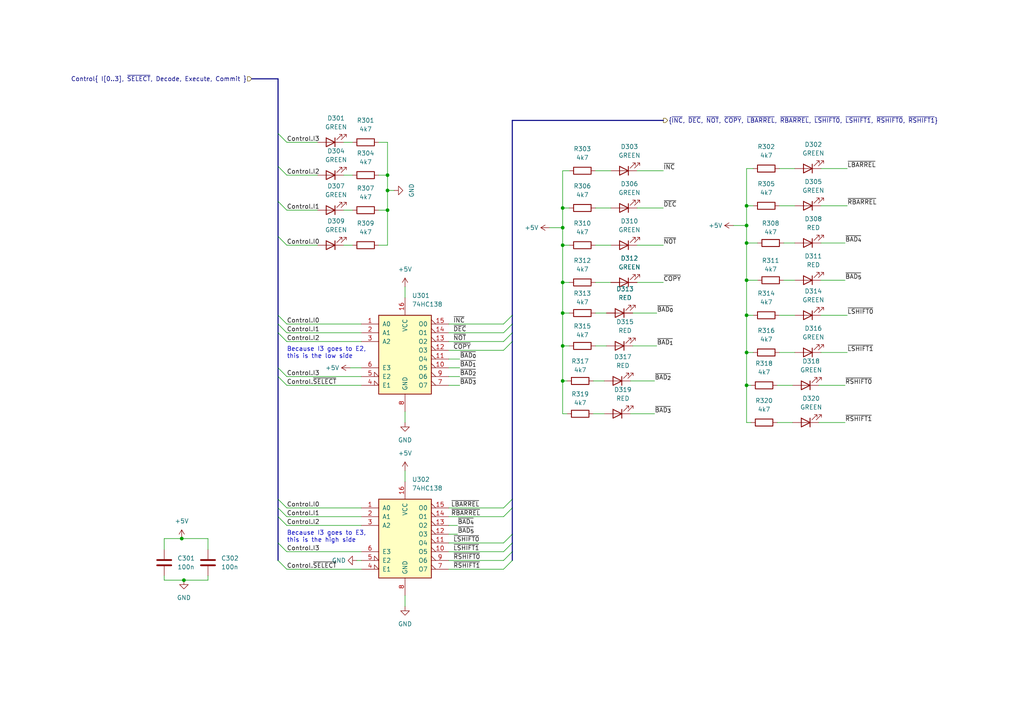
<source format=kicad_sch>
(kicad_sch (version 20211123) (generator eeschema)
  (paper "A4")
  (lib_symbols
    (symbol "74xx:74LS138" (pin_names (offset 1.016))
      (property "Reference" "U" (at -7.62 11.43 0))
      (property "Value" "74LS138" (at -7.62 -13.97 0))
      (symbol "74LS138_1_0"
        (pin input line (at -12.7 7.62 0) (length 5.08) (name "A0") (number "1"))
        (pin output output_low (at 12.7 -5.08 180) (length 5.08) (name "O5") (number "10"))
        (pin output output_low (at 12.7 -2.54 180) (length 5.08) (name "O4") (number "11"))
        (pin output output_low (at 12.7 0 180) (length 5.08) (name "O3") (number "12"))
        (pin output output_low (at 12.7 2.54 180) (length 5.08) (name "O2") (number "13"))
        (pin output output_low (at 12.7 5.08 180) (length 5.08) (name "O1") (number "14"))
        (pin output output_low (at 12.7 7.62 180) (length 5.08) (name "O0") (number "15"))
        (pin power_in line (at 0 15.24 270) (length 5.08) (name "VCC") (number "16"))
        (pin input line (at -12.7 5.08 0) (length 5.08) (name "A1") (number "2"))
        (pin input line (at -12.7 2.54 0) (length 5.08) (name "A2") (number "3"))
        (pin input input_low (at -12.7 -10.16 0) (length 5.08) (name "E1") (number "4"))
        (pin input input_low (at -12.7 -7.62 0) (length 5.08) (name "E2") (number "5"))
        (pin input line (at -12.7 -5.08 0) (length 5.08) (name "E3") (number "6"))
        (pin output output_low (at 12.7 -10.16 180) (length 5.08) (name "O7") (number "7"))
        (pin power_in line (at 0 -17.78 90) (length 5.08) (name "GND") (number "8"))
        (pin output output_low (at 12.7 -7.62 180) (length 5.08) (name "O6") (number "9"))
      )
      (symbol "74LS138_1_1"
        (rectangle (start -7.62 10.16) (end 7.62 -12.7) (stroke (width 0.254)) (fill (type background)))
      )
    )
    (symbol "Device:C" (pin_numbers hide) (pin_names (offset 0.254))
      (property "Reference" "C" (at 0.635 2.54 0))
      (property "Value" "C" (at 0.635 -2.54 0))
      (symbol "C_0_1"
        (polyline (pts (xy -2.032 -0.762) (xy 2.032 -0.762)) (stroke (width 0.508)))
        (polyline (pts (xy -2.032 0.762) (xy 2.032 0.762)) (stroke (width 0.508)))
      )
      (symbol "C_1_1"
        (pin passive line (at 0 3.81 270) (length 2.794) (name "~") (number "1"))
        (pin passive line (at 0 -3.81 90) (length 2.794) (name "~") (number "2"))
      )
    )
    (symbol "Device:LED" (pin_numbers hide) (pin_names (offset 1.016) hide)
      (property "Reference" "D" (at 0 2.54 0))
      (property "Value" "LED" (at 0 -2.54 0))
      (symbol "LED_0_1"
        (polyline (pts (xy -1.27 -1.27) (xy -1.27 1.27)) (stroke (width 0.254)))
        (polyline (pts (xy -1.27 0) (xy 1.27 0)))
        (polyline (pts (xy 1.27 -1.27) (xy 1.27 1.27) (xy -1.27 0) (xy 1.27 -1.27)) (stroke (width 0.254)))
        (polyline (pts (xy -3.048 -0.762) (xy -4.572 -2.286) (xy -3.81 -2.286) (xy -4.572 -2.286) (xy -4.572 -1.524)))
        (polyline (pts (xy -1.778 -0.762) (xy -3.302 -2.286) (xy -2.54 -2.286) (xy -3.302 -2.286) (xy -3.302 -1.524)))
      )
      (symbol "LED_1_1"
        (pin passive line (at -3.81 0 0) (length 2.54) (name "K") (number "1"))
        (pin passive line (at 3.81 0 180) (length 2.54) (name "A") (number "2"))
      )
    )
    (symbol "Device:R" (pin_numbers hide) (pin_names (offset 0))
      (property "Reference" "R" (at 2.032 0 90))
      (property "Value" "R" (at 0 0 90))
      (symbol "R_0_1"
        (rectangle (start -1.016 -2.54) (end 1.016 2.54) (stroke (width 0.254)))
      )
      (symbol "R_1_1"
        (pin passive line (at 0 3.81 270) (length 1.27) (name "~") (number "1"))
        (pin passive line (at 0 -3.81 90) (length 1.27) (name "~") (number "2"))
      )
    )
    (symbol "GND_1" (power) (pin_names (offset 0))
      (property "Value" "GND_1" (at 0 -3.81 0))
      (symbol "GND_1_0_1"
        (polyline (pts (xy 0 0) (xy 0 -1.27) (xy 1.27 -1.27) (xy 0 -2.54) (xy -1.27 -1.27) (xy 0 -1.27)))
      )
      (symbol "GND_1_1_1"
        (pin power_in line (at 0 0 270) (length 0) hide (name "GND") (number "1"))
      )
    )
    (symbol "power:+5V" (power) (pin_names (offset 0))
      (property "Value" "+5V" (at 0 3.556 0))
      (symbol "+5V_0_1"
        (polyline (pts (xy -0.762 1.27) (xy 0 2.54)))
        (polyline (pts (xy 0 0) (xy 0 2.54)))
        (polyline (pts (xy 0 2.54) (xy 0.762 1.27)))
      )
      (symbol "+5V_1_1"
        (pin power_in line (at 0 0 90) (length 0) hide (name "+5V") (number "1"))
      )
    )
    (symbol "power:GND" (power) (pin_names (offset 0))
      (property "Value" "GND" (at 0 -3.81 0))
      (symbol "GND_0_1"
        (polyline (pts (xy 0 0) (xy 0 -1.27) (xy 1.27 -1.27) (xy 0 -2.54) (xy -1.27 -1.27) (xy 0 -1.27)))
      )
      (symbol "GND_1_1"
        (pin power_in line (at 0 0 270) (length 0) hide (name "GND") (number "1"))
      )
    )
  )
  (junction (at 216.535 91.44))
  (junction (at 52.705 156.21))
  (junction (at 112.395 50.8))
  (junction (at 216.535 59.69))
  (junction (at 216.535 81.28))
  (junction (at 216.535 102.235))
  (junction (at 163.195 110.49))
  (junction (at 163.195 90.805))
  (junction (at 53.34 168.275))
  (junction (at 163.195 100.33))
  (junction (at 163.195 60.325))
  (junction (at 216.535 111.76))
  (junction (at 216.535 70.485))
  (junction (at 112.395 55.245))
  (junction (at 112.395 60.96))
  (junction (at 216.535 65.405))
  (junction (at 163.195 81.915))
  (junction (at 163.195 66.04))
  (junction (at 163.195 71.12))
  (bus_entry (at 148.59 99.06) (size -2.54 2.54))
  (bus_entry (at 148.59 157.48) (size -2.54 2.54))
  (bus_entry (at 80.645 162.56) (size 2.54 2.54))
  (bus_entry (at 80.645 58.42) (size 2.54 2.54))
  (bus_entry (at 148.59 93.98) (size -2.54 2.54))
  (bus_entry (at 80.645 68.58) (size 2.54 2.54))
  (bus_entry (at 80.645 96.52) (size 2.54 2.54))
  (bus_entry (at 80.645 144.78) (size 2.54 2.54))
  (bus_entry (at 80.645 109.22) (size 2.54 2.54))
  (bus_entry (at 80.645 93.98) (size 2.54 2.54))
  (bus_entry (at 80.645 106.68) (size 2.54 2.54))
  (bus_entry (at 148.59 144.78) (size -2.54 2.54))
  (bus_entry (at 148.59 154.94) (size -2.54 2.54))
  (bus_entry (at 80.645 48.26) (size 2.54 2.54))
  (bus_entry (at 80.645 91.44) (size 2.54 2.54))
  (bus_entry (at 148.59 147.32) (size -2.54 2.54))
  (bus_entry (at 80.645 38.735) (size 2.54 2.54))
  (bus_entry (at 148.59 91.44) (size -2.54 2.54))
  (bus_entry (at 80.645 149.86) (size 2.54 2.54))
  (bus_entry (at 148.59 96.52) (size -2.54 2.54))
  (bus_entry (at 148.59 160.02) (size -2.54 2.54))
  (bus_entry (at 80.645 147.32) (size 2.54 2.54))
  (bus_entry (at 148.59 162.56) (size -2.54 2.54))
  (bus_entry (at 80.645 157.48) (size 2.54 2.54))
  (wire (pts (xy 163.195 100.33) (xy 165.1 100.33)))
  (wire (pts (xy 172.72 71.12) (xy 177.165 71.12)))
  (wire (pts (xy 112.395 41.275) (xy 112.395 50.8)))
  (wire (pts (xy 226.06 59.69) (xy 230.505 59.69)))
  (wire (pts (xy 117.475 83.185) (xy 117.475 86.36)))
  (wire (pts (xy 172.72 81.915) (xy 177.165 81.915)))
  (wire (pts (xy 163.195 81.915) (xy 165.1 81.915)))
  (wire (pts (xy 130.175 106.68) (xy 133.35 106.68)))
  (wire (pts (xy 227.33 70.485) (xy 230.505 70.485)))
  (wire (pts (xy 182.88 110.49) (xy 189.865 110.49)))
  (wire (pts (xy 47.625 156.21) (xy 52.705 156.21)))
  (wire (pts (xy 83.185 99.06) (xy 104.775 99.06)))
  (wire (pts (xy 212.725 65.405) (xy 216.535 65.405)))
  (bus (pts (xy 148.59 160.02) (xy 148.59 162.56)))
  (wire (pts (xy 159.385 66.04) (xy 163.195 66.04)))
  (wire (pts (xy 112.395 71.12) (xy 109.855 71.12)))
  (wire (pts (xy 130.175 165.1) (xy 146.05 165.1)))
  (wire (pts (xy 53.34 168.275) (xy 60.325 168.275)))
  (wire (pts (xy 99.695 71.12) (xy 102.235 71.12)))
  (wire (pts (xy 163.195 66.04) (xy 163.195 71.12)))
  (wire (pts (xy 216.535 102.235) (xy 218.44 102.235)))
  (wire (pts (xy 237.49 111.76) (xy 245.11 111.76)))
  (wire (pts (xy 217.805 122.555) (xy 216.535 122.555)))
  (wire (pts (xy 216.535 91.44) (xy 216.535 102.235)))
  (wire (pts (xy 99.695 50.8) (xy 102.235 50.8)))
  (wire (pts (xy 130.175 101.6) (xy 146.05 101.6)))
  (wire (pts (xy 182.88 120.015) (xy 189.865 120.015)))
  (wire (pts (xy 163.195 60.325) (xy 165.1 60.325)))
  (wire (pts (xy 238.125 70.485) (xy 245.11 70.485)))
  (wire (pts (xy 130.175 99.06) (xy 146.05 99.06)))
  (wire (pts (xy 225.425 111.76) (xy 229.87 111.76)))
  (bus (pts (xy 148.59 147.32) (xy 148.59 154.94)))
  (wire (pts (xy 163.195 110.49) (xy 164.465 110.49)))
  (wire (pts (xy 117.475 136.525) (xy 117.475 139.7)))
  (wire (pts (xy 216.535 48.895) (xy 216.535 59.69)))
  (wire (pts (xy 130.175 147.32) (xy 146.05 147.32)))
  (wire (pts (xy 216.535 81.28) (xy 216.535 91.44)))
  (wire (pts (xy 238.125 91.44) (xy 245.745 91.44)))
  (wire (pts (xy 83.185 60.96) (xy 92.075 60.96)))
  (wire (pts (xy 130.175 104.14) (xy 133.35 104.14)))
  (bus (pts (xy 148.59 99.06) (xy 148.59 144.78)))
  (bus (pts (xy 80.645 91.44) (xy 80.645 93.98)))
  (bus (pts (xy 80.645 157.48) (xy 80.645 162.56)))
  (wire (pts (xy 130.175 93.98) (xy 146.05 93.98)))
  (wire (pts (xy 163.195 71.12) (xy 163.195 81.915)))
  (wire (pts (xy 103.505 162.56) (xy 104.775 162.56)))
  (wire (pts (xy 216.535 111.76) (xy 216.535 122.555)))
  (wire (pts (xy 83.185 41.275) (xy 92.075 41.275)))
  (bus (pts (xy 80.645 149.86) (xy 80.645 157.48)))
  (wire (pts (xy 83.185 109.22) (xy 104.775 109.22)))
  (wire (pts (xy 226.06 91.44) (xy 230.505 91.44)))
  (wire (pts (xy 83.185 71.12) (xy 92.075 71.12)))
  (wire (pts (xy 83.185 93.98) (xy 104.775 93.98)))
  (wire (pts (xy 184.785 81.915) (xy 192.405 81.915)))
  (wire (pts (xy 130.175 157.48) (xy 146.05 157.48)))
  (wire (pts (xy 226.06 48.895) (xy 230.505 48.895)))
  (wire (pts (xy 130.175 154.94) (xy 132.715 154.94)))
  (wire (pts (xy 216.535 65.405) (xy 216.535 70.485)))
  (wire (pts (xy 238.125 102.235) (xy 245.745 102.235)))
  (wire (pts (xy 99.695 41.275) (xy 102.235 41.275)))
  (wire (pts (xy 83.185 147.32) (xy 104.775 147.32)))
  (wire (pts (xy 112.395 60.96) (xy 112.395 71.12)))
  (wire (pts (xy 130.175 111.76) (xy 133.35 111.76)))
  (wire (pts (xy 163.195 120.015) (xy 164.465 120.015)))
  (bus (pts (xy 148.59 93.98) (xy 148.59 96.52)))
  (wire (pts (xy 218.44 48.895) (xy 216.535 48.895)))
  (wire (pts (xy 163.195 81.915) (xy 163.195 90.805)))
  (bus (pts (xy 148.59 91.44) (xy 148.59 93.98)))
  (bus (pts (xy 192.405 34.925) (xy 148.59 34.925)))
  (wire (pts (xy 172.085 110.49) (xy 175.26 110.49)))
  (wire (pts (xy 184.785 60.325) (xy 192.405 60.325)))
  (wire (pts (xy 165.1 49.53) (xy 163.195 49.53)))
  (wire (pts (xy 112.395 50.8) (xy 112.395 55.245)))
  (wire (pts (xy 163.195 100.33) (xy 163.195 110.49)))
  (wire (pts (xy 227.33 81.28) (xy 230.505 81.28)))
  (wire (pts (xy 172.72 49.53) (xy 177.165 49.53)))
  (wire (pts (xy 216.535 70.485) (xy 219.71 70.485)))
  (wire (pts (xy 83.185 152.4) (xy 104.775 152.4)))
  (bus (pts (xy 80.645 144.78) (xy 80.645 147.32)))
  (wire (pts (xy 172.085 120.015) (xy 175.26 120.015)))
  (wire (pts (xy 216.535 81.28) (xy 219.71 81.28)))
  (wire (pts (xy 130.175 152.4) (xy 132.715 152.4)))
  (wire (pts (xy 225.425 122.555) (xy 229.87 122.555)))
  (wire (pts (xy 238.125 59.69) (xy 245.745 59.69)))
  (bus (pts (xy 148.59 34.925) (xy 148.59 91.44)))
  (wire (pts (xy 238.125 81.28) (xy 245.11 81.28)))
  (bus (pts (xy 80.645 109.22) (xy 80.645 144.78)))
  (wire (pts (xy 216.535 91.44) (xy 218.44 91.44)))
  (bus (pts (xy 148.59 154.94) (xy 148.59 157.48)))
  (wire (pts (xy 83.185 111.76) (xy 104.775 111.76)))
  (bus (pts (xy 80.645 93.98) (xy 80.645 96.52)))
  (wire (pts (xy 183.515 90.805) (xy 190.5 90.805)))
  (wire (pts (xy 216.535 59.69) (xy 216.535 65.405)))
  (wire (pts (xy 101.6 106.68) (xy 104.775 106.68)))
  (wire (pts (xy 216.535 102.235) (xy 216.535 111.76)))
  (wire (pts (xy 47.625 167.005) (xy 47.625 168.275)))
  (wire (pts (xy 109.855 60.96) (xy 112.395 60.96)))
  (wire (pts (xy 183.515 100.33) (xy 190.5 100.33)))
  (bus (pts (xy 148.59 144.78) (xy 148.59 147.32)))
  (wire (pts (xy 172.72 60.325) (xy 177.165 60.325)))
  (wire (pts (xy 216.535 59.69) (xy 218.44 59.69)))
  (wire (pts (xy 117.475 119.38) (xy 117.475 122.555)))
  (bus (pts (xy 148.59 96.52) (xy 148.59 99.06)))
  (wire (pts (xy 130.175 96.52) (xy 146.05 96.52)))
  (wire (pts (xy 163.195 90.805) (xy 165.1 90.805)))
  (bus (pts (xy 148.59 157.48) (xy 148.59 160.02)))
  (wire (pts (xy 226.06 102.235) (xy 230.505 102.235)))
  (wire (pts (xy 172.72 90.805) (xy 175.895 90.805)))
  (wire (pts (xy 163.195 110.49) (xy 163.195 120.015)))
  (wire (pts (xy 163.195 90.805) (xy 163.195 100.33)))
  (wire (pts (xy 60.325 168.275) (xy 60.325 167.005)))
  (wire (pts (xy 47.625 168.275) (xy 53.34 168.275)))
  (bus (pts (xy 80.645 22.86) (xy 80.645 38.735)))
  (bus (pts (xy 80.645 106.68) (xy 80.645 109.22)))
  (wire (pts (xy 130.175 109.22) (xy 133.35 109.22)))
  (bus (pts (xy 80.645 38.735) (xy 80.645 48.26)))
  (wire (pts (xy 216.535 70.485) (xy 216.535 81.28)))
  (wire (pts (xy 47.625 159.385) (xy 47.625 156.21)))
  (bus (pts (xy 73.025 22.86) (xy 80.645 22.86)))
  (wire (pts (xy 83.185 50.8) (xy 92.075 50.8)))
  (wire (pts (xy 52.705 156.21) (xy 60.325 156.21)))
  (wire (pts (xy 83.185 165.1) (xy 104.775 165.1)))
  (wire (pts (xy 112.395 55.245) (xy 112.395 60.96)))
  (bus (pts (xy 80.645 48.26) (xy 80.645 58.42)))
  (wire (pts (xy 109.855 41.275) (xy 112.395 41.275)))
  (wire (pts (xy 163.195 71.12) (xy 165.1 71.12)))
  (bus (pts (xy 80.645 96.52) (xy 80.645 106.68)))
  (wire (pts (xy 163.195 60.325) (xy 163.195 66.04)))
  (wire (pts (xy 130.175 160.02) (xy 146.05 160.02)))
  (wire (pts (xy 184.785 49.53) (xy 192.405 49.53)))
  (wire (pts (xy 163.195 49.53) (xy 163.195 60.325)))
  (wire (pts (xy 130.175 162.56) (xy 146.05 162.56)))
  (wire (pts (xy 216.535 111.76) (xy 217.805 111.76)))
  (wire (pts (xy 237.49 122.555) (xy 245.11 122.555)))
  (bus (pts (xy 80.645 58.42) (xy 80.645 68.58)))
  (wire (pts (xy 83.185 96.52) (xy 104.775 96.52)))
  (wire (pts (xy 83.185 160.02) (xy 104.775 160.02)))
  (bus (pts (xy 80.645 147.32) (xy 80.645 149.86)))
  (wire (pts (xy 83.185 149.86) (xy 104.775 149.86)))
  (wire (pts (xy 60.325 156.21) (xy 60.325 159.385)))
  (wire (pts (xy 184.785 71.12) (xy 192.405 71.12)))
  (wire (pts (xy 112.395 55.245) (xy 114.3 55.245)))
  (wire (pts (xy 130.175 149.86) (xy 146.05 149.86)))
  (bus (pts (xy 80.645 68.58) (xy 80.645 91.44)))
  (wire (pts (xy 99.695 60.96) (xy 102.235 60.96)))
  (wire (pts (xy 172.72 100.33) (xy 175.895 100.33)))
  (wire (pts (xy 117.475 172.72) (xy 117.475 175.895)))
  (wire (pts (xy 109.855 50.8) (xy 112.395 50.8)))
  (wire (pts (xy 238.125 48.895) (xy 245.745 48.895)))
  (text "Because I3 goes to E2,\nthis is the low side" (at 83.185 104.14 0) (effects (font (size 1.27 1.27)) (justify left bottom)))
  (text "Because I3 goes to E3,\nthis is the high side" (at 83.185 157.48 0) (effects (font (size 1.27 1.27)) (justify left bottom)))
  (label "~{LSHIFT0}" (at 131.445 157.48 0))
  (label "~{BAD_{0}}" (at 190.5 90.805 0))
  (label "~{DEC}" (at 131.445 96.52 0))
  (label "Control.I2" (at 83.185 50.8 0))
  (label "Control.I3" (at 83.185 41.275 0))
  (label "Control.I1" (at 83.185 149.86 0))
  (label "~{RBARREL}" (at 245.745 59.69 0))
  (label "~{BAD_{3}}" (at 133.35 111.76 0))
  (label "Control.I0" (at 83.185 93.98 0))
  (label "Control.I0" (at 83.185 71.12 0))
  (label "~{DEC}" (at 192.405 60.325 0))
  (label "~{RSHIFT1}" (at 131.445 165.1 0))
  (label "Control.I2" (at 83.185 152.4 0))
  (label "~{BAD_{4}}" (at 132.715 152.4 0))
  (label "~{INC}" (at 192.405 49.53 0))
  (label "~{RSHIFT0}" (at 131.445 162.56 0))
  (label "~{COPY}" (at 131.445 101.6 0))
  (label "Control.I1" (at 83.185 96.52 0))
  (label "~{LSHIFT1}" (at 131.445 160.02 0))
  (label "~{BAD_{5}}" (at 132.715 154.94 0))
  (label "~{BAD_{2}}" (at 189.865 110.49 0))
  (label "~{INC}" (at 131.445 93.98 0))
  (label "Control.~{SELECT}" (at 83.185 165.1 0))
  (label "~{BAD_{1}}" (at 190.5 100.33 0))
  (label "~{RSHIFT0}" (at 245.11 111.76 0))
  (label "~{RBARREL}" (at 130.81 149.86 0))
  (label "~{COPY}" (at 192.405 81.915 0))
  (label "~{LSHIFT1}" (at 245.745 102.235 0))
  (label "Control.I2" (at 83.185 99.06 0))
  (label "~{BAD_{2}}" (at 133.35 109.22 0))
  (label "~{LBARREL}" (at 245.745 48.895 0))
  (label "~{NOT}" (at 131.445 99.06 0))
  (label "~{BAD_{4}}" (at 245.11 70.485 0))
  (label "~{BAD_{3}}" (at 189.865 120.015 0))
  (label "~{LSHIFT0}" (at 245.745 91.44 0))
  (label "~{RSHIFT1}" (at 245.11 122.555 0))
  (label "~{BAD_{0}}" (at 133.35 104.14 0))
  (label "Control.I0" (at 83.185 147.32 0))
  (label "Control.I3" (at 83.185 109.22 0))
  (label "Control.~{SELECT}" (at 83.185 111.76 0))
  (label "Control.I3" (at 83.185 160.02 0))
  (label "~{LBARREL}" (at 130.81 147.32 0))
  (label "~{NOT}" (at 192.405 71.12 0))
  (label "~{BAD_{1}}" (at 133.35 106.68 0))
  (label "~{BAD_{5}}" (at 245.11 81.28 0))
  (label "Control.I1" (at 83.185 60.96 0))
  (hierarchical_label "{~{INC}, ~{DEC}, ~{NOT}, ~{COPY}, ~{LBARREL}, ~{RBARREL}, ~{LSHIFT0}, ~{LSHIFT1}, ~{RSHIFT0}, ~{RSHIFT1}}" (shape output) (at 192.405 34.925 0))
  (hierarchical_label "Control{ I[0..3], ~{SELECT}, Decode, Execute, Commit }" (shape input) (at 73.025 22.86 180))
  (symbol (lib_id "power:GND") (at 53.34 168.275 0) (unit 1)
    (property "Reference" "#PWR0310" (effects hide))
    (property "Value" "GND" (at 53.34 173.355 0))
  )
  (symbol (lib_id "Device:R") (at 168.91 100.33 270) (unit 1)
    (property "Reference" "R315" (at 168.91 94.615 90))
    (property "Value" "4k7" (at 168.91 97.155 90))
    (property "Footprint" "Resistor_SMD:R_0603_1608Metric" (effects hide))
    (property "Datasheet" "https://datasheet.lcsc.com/lcsc/2206010116_UNI-ROYAL-Uniroyal-Elec-0603WAF4701T5E_C23162.pdf" (effects hide))
    (property "LCSC" "C23162" (effects hide))
  )
  (symbol (lib_id "Device:R") (at 223.52 81.28 270) (unit 1)
    (property "Reference" "R311" (at 223.52 75.565 90))
    (property "Value" "4k7" (at 223.52 78.105 90))
    (property "Footprint" "Resistor_SMD:R_0603_1608Metric" (effects hide))
    (property "Datasheet" "https://datasheet.lcsc.com/lcsc/2206010116_UNI-ROYAL-Uniroyal-Elec-0603WAF4701T5E_C23162.pdf" (effects hide))
    (property "LCSC" "C23162" (effects hide))
  )
  (symbol (lib_id "Device:LED") (at 95.885 71.12 180) (unit 1)
    (property "Reference" "D309" (at 97.4725 64.135 0))
    (property "Value" "GREEN" (at 97.4725 66.675 0))
    (property "Footprint" "LED_SMD:LED_0603_1608Metric" (effects hide))
    (property "Datasheet" "https://datasheet.lcsc.com/lcsc/1811101510_Everlight-Elec-19-217-GHC-YR1S2-3T_C72043.pdf" (effects hide))
    (property "LCSC" "C72043" (effects hide))
  )
  (symbol (lib_id "Device:LED") (at 179.705 100.33 180) (unit 1)
    (property "Reference" "D315" (at 181.2925 93.345 0))
    (property "Value" "RED" (at 181.2925 95.885 0))
    (property "Footprint" "LED_SMD:LED_0603_1608Metric" (effects hide))
    (property "Datasheet" "https://datasheet.lcsc.com/lcsc/1810231112_Hubei-KENTO-Elec-KT-0603R_C2286.pdf" (effects hide))
    (property "LCSC" "C2286" (effects hide))
  )
  (symbol (lib_id "Device:R") (at 168.275 120.015 270) (unit 1)
    (property "Reference" "R319" (at 168.275 114.3 90))
    (property "Value" "4k7" (at 168.275 116.84 90))
    (property "Footprint" "Resistor_SMD:R_0603_1608Metric" (effects hide))
    (property "Datasheet" "https://datasheet.lcsc.com/lcsc/2206010116_UNI-ROYAL-Uniroyal-Elec-0603WAF4701T5E_C23162.pdf" (effects hide))
    (property "LCSC" "C23162" (effects hide))
  )
  (symbol (lib_id "Device:LED") (at 234.315 81.28 180) (unit 1)
    (property "Reference" "D311" (at 235.9025 74.295 0))
    (property "Value" "RED" (at 235.9025 76.835 0))
    (property "Footprint" "LED_SMD:LED_0603_1608Metric" (effects hide))
    (property "Datasheet" "https://datasheet.lcsc.com/lcsc/1810231112_Hubei-KENTO-Elec-KT-0603R_C2286.pdf" (effects hide))
    (property "LCSC" "C2286" (effects hide))
  )
  (symbol (lib_id "Device:LED") (at 179.07 120.015 180) (unit 1)
    (property "Reference" "D319" (at 180.6575 113.03 0))
    (property "Value" "RED" (at 180.6575 115.57 0))
    (property "Footprint" "LED_SMD:LED_0603_1608Metric" (effects hide))
    (property "Datasheet" "https://datasheet.lcsc.com/lcsc/1810231112_Hubei-KENTO-Elec-KT-0603R_C2286.pdf" (effects hide))
    (property "LCSC" "C2286" (effects hide))
  )
  (symbol (lib_id "Device:LED") (at 234.315 102.235 180) (unit 1)
    (property "Reference" "D316" (at 235.9025 95.25 0))
    (property "Value" "GREEN" (at 235.9025 97.79 0))
    (property "Footprint" "LED_SMD:LED_0603_1608Metric" (effects hide))
    (property "Datasheet" "https://datasheet.lcsc.com/lcsc/1811101510_Everlight-Elec-19-217-GHC-YR1S2-3T_C72043.pdf" (effects hide))
    (property "LCSC" "C72043" (effects hide))
  )
  (symbol (lib_id "Device:R") (at 168.91 90.805 270) (unit 1)
    (property "Reference" "R313" (at 168.91 85.09 90))
    (property "Value" "4k7" (at 168.91 87.63 90))
    (property "Footprint" "Resistor_SMD:R_0603_1608Metric" (effects hide))
    (property "Datasheet" "https://datasheet.lcsc.com/lcsc/2206010116_UNI-ROYAL-Uniroyal-Elec-0603WAF4701T5E_C23162.pdf" (effects hide))
    (property "LCSC" "C23162" (effects hide))
  )
  (symbol (lib_id "Device:R") (at 168.91 81.915 270) (unit 1)
    (property "Reference" "R312" (at 168.91 75.565 90))
    (property "Value" "4k7" (at 168.91 78.105 90))
    (property "Footprint" "Resistor_SMD:R_0603_1608Metric" (effects hide))
    (property "Datasheet" "https://datasheet.lcsc.com/lcsc/2206010116_UNI-ROYAL-Uniroyal-Elec-0603WAF4701T5E_C23162.pdf" (effects hide))
    (property "LCSC" "C23162" (effects hide))
  )
  (symbol (lib_id "Device:C") (at 60.325 163.195 0) (unit 1)
    (property "Reference" "C302" (at 64.135 161.9249 0) (effects (justify left)))
    (property "Value" "100n" (at 64.135 164.4649 0) (effects (justify left)))
    (property "Footprint" "Capacitor_SMD:C_0603_1608Metric" (effects hide))
    (property "Datasheet" "https://datasheet.lcsc.com/lcsc/1809301912_YAGEO-CC0603KRX7R9BB104_C14663.pdf" (effects hide))
    (property "LCSC" "C14663" (effects hide))
  )
  (symbol (lib_id "Device:LED") (at 179.07 110.49 180) (unit 1)
    (property "Reference" "D317" (at 180.6575 103.505 0))
    (property "Value" "RED" (at 180.6575 106.045 0))
    (property "Footprint" "LED_SMD:LED_0603_1608Metric" (effects hide))
    (property "Datasheet" "https://datasheet.lcsc.com/lcsc/1810231112_Hubei-KENTO-Elec-KT-0603R_C2286.pdf" (effects hide))
    (property "LCSC" "C2286" (effects hide))
  )
  (symbol (lib_id "Device:LED") (at 233.68 111.76 180) (unit 1)
    (property "Reference" "D318" (at 235.2675 104.775 0))
    (property "Value" "GREEN" (at 235.2675 107.315 0))
    (property "Footprint" "LED_SMD:LED_0603_1608Metric" (effects hide))
    (property "Datasheet" "https://datasheet.lcsc.com/lcsc/1811101510_Everlight-Elec-19-217-GHC-YR1S2-3T_C72043.pdf" (effects hide))
    (property "LCSC" "C72043" (effects hide))
  )
  (symbol (lib_id "Device:LED") (at 180.975 60.325 180) (unit 1)
    (property "Reference" "D306" (at 182.5625 53.34 0))
    (property "Value" "GREEN" (at 182.5625 55.88 0))
    (property "Footprint" "LED_SMD:LED_0603_1608Metric" (effects hide))
    (property "Datasheet" "https://datasheet.lcsc.com/lcsc/1811101510_Everlight-Elec-19-217-GHC-YR1S2-3T_C72043.pdf" (effects hide))
    (property "LCSC" "C72043" (effects hide))
  )
  (symbol (lib_id "power:+5V") (at 212.725 65.405 90) (unit 1)
    (property "Reference" "#PWR0302" (effects hide))
    (property "Value" "+5V" (at 209.55 65.4049 90) (effects (justify left)))
  )
  (symbol (lib_id "Device:LED") (at 95.885 60.96 180) (unit 1)
    (property "Reference" "D307" (at 97.4725 53.975 0))
    (property "Value" "GREEN" (at 97.4725 56.515 0))
    (property "Footprint" "LED_SMD:LED_0603_1608Metric" (effects hide))
    (property "Datasheet" "https://datasheet.lcsc.com/lcsc/1811101510_Everlight-Elec-19-217-GHC-YR1S2-3T_C72043.pdf" (effects hide))
    (property "LCSC" "C72043" (effects hide))
  )
  (symbol (lib_id "Device:R") (at 222.25 48.895 270) (unit 1)
    (property "Reference" "R302" (at 222.25 42.545 90))
    (property "Value" "4k7" (at 222.25 45.085 90))
    (property "Footprint" "Resistor_SMD:R_0603_1608Metric" (effects hide))
    (property "Datasheet" "https://datasheet.lcsc.com/lcsc/2206010116_UNI-ROYAL-Uniroyal-Elec-0603WAF4701T5E_C23162.pdf" (effects hide))
    (property "LCSC" "C23162" (effects hide))
  )
  (symbol (lib_id "Device:R") (at 168.275 110.49 270) (unit 1)
    (property "Reference" "R317" (at 168.275 104.775 90))
    (property "Value" "4k7" (at 168.275 107.315 90))
    (property "Footprint" "Resistor_SMD:R_0603_1608Metric" (effects hide))
    (property "Datasheet" "https://datasheet.lcsc.com/lcsc/2206010116_UNI-ROYAL-Uniroyal-Elec-0603WAF4701T5E_C23162.pdf" (effects hide))
    (property "LCSC" "C23162" (effects hide))
  )
  (symbol (lib_id "power:GND") (at 117.475 122.555 0) (unit 1)
    (property "Reference" "#PWR0306" (effects hide))
    (property "Value" "GND" (at 117.475 127.635 0))
  )
  (symbol (lib_id "Device:R") (at 106.045 60.96 270) (unit 1)
    (property "Reference" "R307" (at 106.045 54.61 90))
    (property "Value" "4k7" (at 106.045 57.15 90))
    (property "Footprint" "Resistor_SMD:R_0603_1608Metric" (effects hide))
    (property "Datasheet" "https://datasheet.lcsc.com/lcsc/2206010116_UNI-ROYAL-Uniroyal-Elec-0603WAF4701T5E_C23162.pdf" (effects hide))
    (property "LCSC" "C23162" (effects hide))
  )
  (symbol (lib_id "Device:C") (at 47.625 163.195 0) (unit 1)
    (property "Reference" "C301" (at 51.435 161.9249 0) (effects (justify left)))
    (property "Value" "100n" (at 51.435 164.4649 0) (effects (justify left)))
    (property "Footprint" "Capacitor_SMD:C_0603_1608Metric" (effects hide))
    (property "Datasheet" "https://datasheet.lcsc.com/lcsc/1809301912_YAGEO-CC0603KRX7R9BB104_C14663.pdf" (effects hide))
    (property "LCSC" "C14663" (effects hide))
  )
  (symbol (lib_id "power:+5V") (at 117.475 136.525 0) (unit 1)
    (property "Reference" "#PWR0307" (effects hide))
    (property "Value" "+5V" (at 117.475 131.445 0))
  )
  (symbol (lib_id "Device:R") (at 222.25 59.69 270) (unit 1)
    (property "Reference" "R305" (at 222.25 53.34 90))
    (property "Value" "4k7" (at 222.25 55.88 90))
    (property "Footprint" "Resistor_SMD:R_0603_1608Metric" (effects hide))
    (property "Datasheet" "https://datasheet.lcsc.com/lcsc/2206010116_UNI-ROYAL-Uniroyal-Elec-0603WAF4701T5E_C23162.pdf" (effects hide))
    (property "LCSC" "C23162" (effects hide))
  )
  (symbol (lib_id "Device:LED") (at 180.975 81.915 180) (unit 1)
    (property "Reference" "D312" (at 182.5625 74.93 0))
    (property "Value" "GREEN" (at 182.5625 77.47 0))
    (property "Footprint" "LED_SMD:LED_0603_1608Metric" (effects hide))
    (property "Datasheet" "https://datasheet.lcsc.com/lcsc/1811101510_Everlight-Elec-19-217-GHC-YR1S2-3T_C72043.pdf" (effects hide))
    (property "LCSC" "C72043" (effects hide))
  )
  (symbol (lib_id "power:GND") (at 114.3 55.245 90) (unit 1)
    (property "Reference" "#PWR0301" (effects hide))
    (property "Value" "GND" (at 119.38 55.245 0))
  )
  (symbol (lib_id "Device:R") (at 221.615 122.555 270) (unit 1)
    (property "Reference" "R320" (at 221.615 116.205 90))
    (property "Value" "4k7" (at 221.615 118.745 90))
    (property "Footprint" "Resistor_SMD:R_0603_1608Metric" (effects hide))
    (property "Datasheet" "https://datasheet.lcsc.com/lcsc/2206010116_UNI-ROYAL-Uniroyal-Elec-0603WAF4701T5E_C23162.pdf" (effects hide))
    (property "LCSC" "C23162" (effects hide))
  )
  (symbol (lib_id "Device:R") (at 223.52 70.485 270) (unit 1)
    (property "Reference" "R308" (at 223.52 64.77 90))
    (property "Value" "4k7" (at 223.52 67.31 90))
    (property "Footprint" "Resistor_SMD:R_0603_1608Metric" (effects hide))
    (property "Datasheet" "https://datasheet.lcsc.com/lcsc/2206010116_UNI-ROYAL-Uniroyal-Elec-0603WAF4701T5E_C23162.pdf" (effects hide))
    (property "LCSC" "C23162" (effects hide))
  )
  (symbol (lib_id "power:GND") (at 117.475 175.895 0) (unit 1)
    (property "Reference" "#PWR0311" (effects hide))
    (property "Value" "GND" (at 117.475 180.975 0))
  )
  (symbol (lib_id "Device:R") (at 106.045 71.12 270) (unit 1)
    (property "Reference" "R309" (at 106.045 64.77 90))
    (property "Value" "4k7" (at 106.045 67.31 90))
    (property "Footprint" "Resistor_SMD:R_0603_1608Metric" (effects hide))
    (property "Datasheet" "https://datasheet.lcsc.com/lcsc/2206010116_UNI-ROYAL-Uniroyal-Elec-0603WAF4701T5E_C23162.pdf" (effects hide))
    (property "LCSC" "C23162" (effects hide))
  )
  (symbol (lib_id "Device:LED") (at 234.315 48.895 180) (unit 1)
    (property "Reference" "D302" (at 235.9025 41.91 0))
    (property "Value" "GREEN" (at 235.9025 44.45 0))
    (property "Footprint" "LED_SMD:LED_0603_1608Metric" (effects hide))
    (property "Datasheet" "https://datasheet.lcsc.com/lcsc/1811101510_Everlight-Elec-19-217-GHC-YR1S2-3T_C72043.pdf" (effects hide))
    (property "LCSC" "C72043" (effects hide))
  )
  (symbol (lib_id "Device:LED") (at 95.885 50.8 180) (unit 1)
    (property "Reference" "D304" (at 97.4725 43.815 0))
    (property "Value" "GREEN" (at 97.4725 46.355 0))
    (property "Footprint" "LED_SMD:LED_0603_1608Metric" (effects hide))
    (property "Datasheet" "https://datasheet.lcsc.com/lcsc/1811101510_Everlight-Elec-19-217-GHC-YR1S2-3T_C72043.pdf" (effects hide))
    (property "LCSC" "C72043" (effects hide))
  )
  (symbol (lib_name "GND_1") (lib_id "power:GND") (at 103.505 162.56 270) (unit 1)
    (property "Reference" "#PWR0309" (effects hide))
    (property "Value" "GND" (at 100.33 162.5599 90) (effects (justify right)))
  )
  (symbol (lib_id "Device:LED") (at 180.975 71.12 180) (unit 1)
    (property "Reference" "D310" (at 182.5625 64.135 0))
    (property "Value" "GREEN" (at 182.5625 66.675 0))
    (property "Footprint" "LED_SMD:LED_0603_1608Metric" (effects hide))
    (property "Datasheet" "https://datasheet.lcsc.com/lcsc/1811101510_Everlight-Elec-19-217-GHC-YR1S2-3T_C72043.pdf" (effects hide))
    (property "LCSC" "C72043" (effects hide))
  )
  (symbol (lib_id "Device:LED") (at 233.68 122.555 180) (unit 1)
    (property "Reference" "D320" (at 235.2675 115.57 0))
    (property "Value" "GREEN" (at 235.2675 118.11 0))
    (property "Footprint" "LED_SMD:LED_0603_1608Metric" (effects hide))
    (property "Datasheet" "https://datasheet.lcsc.com/lcsc/1811101510_Everlight-Elec-19-217-GHC-YR1S2-3T_C72043.pdf" (effects hide))
    (property "LCSC" "C72043" (effects hide))
  )
  (symbol (lib_id "Device:R") (at 106.045 50.8 270) (unit 1)
    (property "Reference" "R304" (at 106.045 44.45 90))
    (property "Value" "4k7" (at 106.045 46.99 90))
    (property "Footprint" "Resistor_SMD:R_0603_1608Metric" (effects hide))
    (property "Datasheet" "https://datasheet.lcsc.com/lcsc/2206010116_UNI-ROYAL-Uniroyal-Elec-0603WAF4701T5E_C23162.pdf" (effects hide))
    (property "LCSC" "C23162" (effects hide))
  )
  (symbol (lib_id "Device:R") (at 168.91 49.53 270) (unit 1)
    (property "Reference" "R303" (at 168.91 43.18 90))
    (property "Value" "4k7" (at 168.91 45.72 90))
    (property "Footprint" "Resistor_SMD:R_0603_1608Metric" (effects hide))
    (property "Datasheet" "https://datasheet.lcsc.com/lcsc/2206010116_UNI-ROYAL-Uniroyal-Elec-0603WAF4701T5E_C23162.pdf" (effects hide))
    (property "LCSC" "C23162" (effects hide))
  )
  (symbol (lib_id "Device:LED") (at 179.705 90.805 180) (unit 1)
    (property "Reference" "D313" (at 181.2925 83.82 0))
    (property "Value" "RED" (at 181.2925 86.36 0))
    (property "Footprint" "LED_SMD:LED_0603_1608Metric" (effects hide))
    (property "Datasheet" "https://datasheet.lcsc.com/lcsc/1810231112_Hubei-KENTO-Elec-KT-0603R_C2286.pdf" (effects hide))
    (property "LCSC" "C2286" (effects hide))
  )
  (symbol (lib_id "Device:R") (at 221.615 111.76 270) (unit 1)
    (property "Reference" "R318" (at 221.615 105.41 90))
    (property "Value" "4k7" (at 221.615 107.95 90))
    (property "Footprint" "Resistor_SMD:R_0603_1608Metric" (effects hide))
    (property "Datasheet" "https://datasheet.lcsc.com/lcsc/2206010116_UNI-ROYAL-Uniroyal-Elec-0603WAF4701T5E_C23162.pdf" (effects hide))
    (property "LCSC" "C23162" (effects hide))
  )
  (symbol (lib_id "Device:R") (at 168.91 60.325 270) (unit 1)
    (property "Reference" "R306" (at 168.91 53.975 90))
    (property "Value" "4k7" (at 168.91 56.515 90))
    (property "Footprint" "Resistor_SMD:R_0603_1608Metric" (effects hide))
    (property "Datasheet" "https://datasheet.lcsc.com/lcsc/2206010116_UNI-ROYAL-Uniroyal-Elec-0603WAF4701T5E_C23162.pdf" (effects hide))
    (property "LCSC" "C23162" (effects hide))
  )
  (symbol (lib_id "Device:LED") (at 234.315 70.485 180) (unit 1)
    (property "Reference" "D308" (at 235.9025 63.5 0))
    (property "Value" "RED" (at 235.9025 66.04 0))
    (property "Footprint" "LED_SMD:LED_0603_1608Metric" (effects hide))
    (property "Datasheet" "https://datasheet.lcsc.com/lcsc/1810231112_Hubei-KENTO-Elec-KT-0603R_C2286.pdf" (effects hide))
    (property "LCSC" "C2286" (effects hide))
  )
  (symbol (lib_id "power:+5V") (at 159.385 66.04 90) (unit 1)
    (property "Reference" "#PWR0303" (effects hide))
    (property "Value" "+5V" (at 156.21 66.0399 90) (effects (justify left)))
  )
  (symbol (lib_id "Device:LED") (at 95.885 41.275 180) (unit 1)
    (property "Reference" "D301" (at 97.4725 34.29 0))
    (property "Value" "GREEN" (at 97.4725 36.83 0))
    (property "Footprint" "LED_SMD:LED_0603_1608Metric" (effects hide))
    (property "Datasheet" "https://datasheet.lcsc.com/lcsc/1811101510_Everlight-Elec-19-217-GHC-YR1S2-3T_C72043.pdf" (effects hide))
    (property "LCSC" "C72043" (effects hide))
  )
  (symbol (lib_id "Device:LED") (at 234.315 91.44 180) (unit 1)
    (property "Reference" "D314" (at 235.9025 84.455 0))
    (property "Value" "GREEN" (at 235.9025 86.995 0))
    (property "Footprint" "LED_SMD:LED_0603_1608Metric" (effects hide))
    (property "Datasheet" "https://datasheet.lcsc.com/lcsc/1811101510_Everlight-Elec-19-217-GHC-YR1S2-3T_C72043.pdf" (effects hide))
    (property "LCSC" "C72043" (effects hide))
  )
  (symbol (lib_id "74xx:74LS138") (at 117.475 154.94 0) (unit 1) (in_bom no)
    (property "Reference" "U302" (at 119.4944 139.065 0) (effects (justify left)))
    (property "Value" "74HC138" (at 119.4944 141.605 0) (effects (justify left)))
    (property "Footprint" "Package_DIP:DIP-16_W7.62mm_Socket" (effects hide))
    (property "Datasheet" "http://www.ti.com/lit/gpn/sn74LS138" (effects hide))
  )
  (symbol (lib_id "power:+5V") (at 101.6 106.68 90) (unit 1)
    (property "Reference" "#PWR0305" (effects hide))
    (property "Value" "+5V" (at 98.425 106.6799 90) (effects (justify left)))
  )
  (symbol (lib_id "74xx:74LS138") (at 117.475 101.6 0) (unit 1) (in_bom no)
    (property "Reference" "U301" (at 119.4944 85.725 0) (effects (justify left)))
    (property "Value" "74HC138" (at 119.4944 88.265 0) (effects (justify left)))
    (property "Footprint" "Package_DIP:DIP-16_W7.62mm_Socket" (effects hide))
    (property "Datasheet" "http://www.ti.com/lit/gpn/sn74LS138" (effects hide))
  )
  (symbol (lib_id "Device:R") (at 106.045 41.275 270) (unit 1)
    (property "Reference" "R301" (at 106.045 34.925 90))
    (property "Value" "4k7" (at 106.045 37.465 90))
    (property "Footprint" "Resistor_SMD:R_0603_1608Metric" (effects hide))
    (property "Datasheet" "https://datasheet.lcsc.com/lcsc/2206010116_UNI-ROYAL-Uniroyal-Elec-0603WAF4701T5E_C23162.pdf" (effects hide))
    (property "LCSC" "C23162" (effects hide))
  )
  (symbol (lib_id "power:+5V") (at 117.475 83.185 0) (unit 1)
    (property "Reference" "#PWR0304" (effects hide))
    (property "Value" "+5V" (at 117.475 78.105 0))
  )
  (symbol (lib_id "Device:R") (at 168.91 71.12 270) (unit 1)
    (property "Reference" "R310" (at 168.91 64.77 90))
    (property "Value" "4k7" (at 168.91 67.31 90))
    (property "Footprint" "Resistor_SMD:R_0603_1608Metric" (effects hide))
    (property "Datasheet" "https://datasheet.lcsc.com/lcsc/2206010116_UNI-ROYAL-Uniroyal-Elec-0603WAF4701T5E_C23162.pdf" (effects hide))
    (property "LCSC" "C23162" (effects hide))
  )
  (symbol (lib_id "Device:R") (at 222.25 91.44 270) (unit 1)
    (property "Reference" "R314" (at 222.25 85.09 90))
    (property "Value" "4k7" (at 222.25 87.63 90))
    (property "Footprint" "Resistor_SMD:R_0603_1608Metric" (effects hide))
    (property "Datasheet" "https://datasheet.lcsc.com/lcsc/2206010116_UNI-ROYAL-Uniroyal-Elec-0603WAF4701T5E_C23162.pdf" (effects hide))
    (property "LCSC" "C23162" (effects hide))
  )
  (symbol (lib_id "Device:LED") (at 180.975 49.53 180) (unit 1)
    (property "Reference" "D303" (at 182.5625 42.545 0))
    (property "Value" "GREEN" (at 182.5625 45.085 0))
    (property "Footprint" "LED_SMD:LED_0603_1608Metric" (effects hide))
    (property "Datasheet" "https://datasheet.lcsc.com/lcsc/1811101510_Everlight-Elec-19-217-GHC-YR1S2-3T_C72043.pdf" (effects hide))
    (property "LCSC" "C72043" (effects hide))
  )
  (symbol (lib_id "Device:LED") (at 234.315 59.69 180) (unit 1)
    (property "Reference" "D305" (at 235.9025 52.705 0))
    (property "Value" "GREEN" (at 235.9025 55.245 0))
    (property "Footprint" "LED_SMD:LED_0603_1608Metric" (effects hide))
    (property "Datasheet" "https://datasheet.lcsc.com/lcsc/1811101510_Everlight-Elec-19-217-GHC-YR1S2-3T_C72043.pdf" (effects hide))
    (property "LCSC" "C72043" (effects hide))
  )
  (symbol (lib_id "Device:R") (at 222.25 102.235 270) (unit 1)
    (property "Reference" "R316" (at 222.25 95.885 90))
    (property "Value" "4k7" (at 222.25 98.425 90))
    (property "Footprint" "Resistor_SMD:R_0603_1608Metric" (effects hide))
    (property "Datasheet" "https://datasheet.lcsc.com/lcsc/2206010116_UNI-ROYAL-Uniroyal-Elec-0603WAF4701T5E_C23162.pdf" (effects hide))
    (property "LCSC" "C23162" (effects hide))
  )
  (symbol (lib_id "power:+5V") (at 52.705 156.21 0) (unit 1)
    (property "Reference" "#PWR0308" (effects hide))
    (property "Value" "+5V" (at 52.705 151.13 0))
  )
)
</source>
